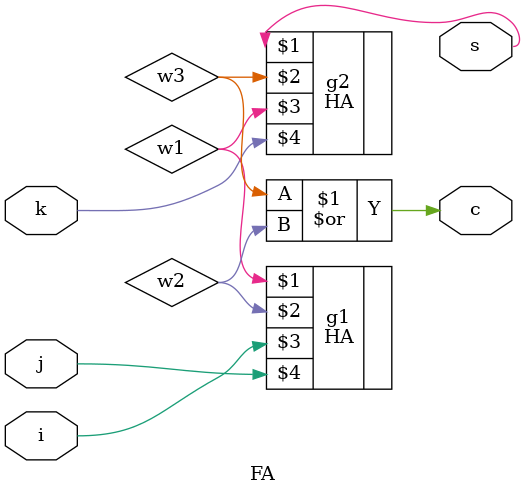
<source format=v>
module FA(s,c,i,j,k);
  
	input i,j,k;
	output s,c;

	wire w1,w2,w3;

	HA g1(w1,w2,i,j); 
	HA g2(s,w3,w1,k);
	or g3(c,w3,w2); 

endmodule


</source>
